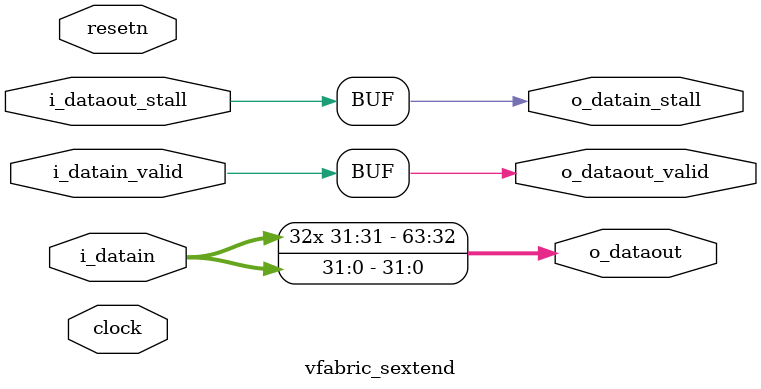
<source format=v>
module vfabric_sextend(clock, resetn, 
    i_datain, i_datain_valid, o_datain_stall, 
    o_dataout, i_dataout_stall, o_dataout_valid);
parameter DATAIN_WIDTH = 32;
parameter DATAOUT_WIDTH = 64;
  input clock, resetn;
  input [DATAIN_WIDTH-1:0] i_datain;
  input i_datain_valid;
  output o_datain_stall;
  output [DATAOUT_WIDTH-1:0] o_dataout;
  input i_dataout_stall;
  output o_dataout_valid;
  assign o_dataout = {{DATAOUT_WIDTH{i_datain[DATAIN_WIDTH-1]}}, i_datain[DATAIN_WIDTH-1:0]};
  assign o_datain_stall = i_dataout_stall;
  assign o_dataout_valid = i_datain_valid;
endmodule
</source>
